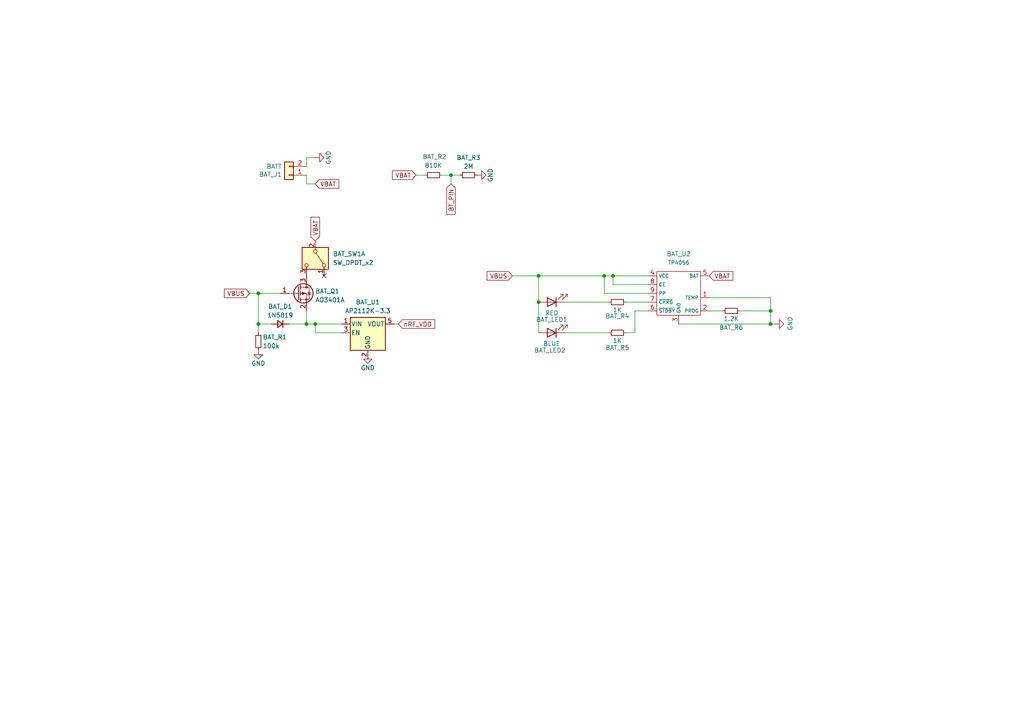
<source format=kicad_sch>
(kicad_sch (version 20231120) (generator "eeschema") (generator_version "8.0")
  (paper "A4")
  (lib_symbols
    (symbol "Connector_Generic:Conn_01x02" (pin_names (offset 1.016) hide)
      (property "Reference" "J" (at 0 2.54 0))
      (property "Value" "Conn_01x02" (at 0 -5.08 0))
      (symbol "Conn_01x02_1_1"
        (rectangle (start -1.27 -2.413) (end 0 -2.667) (stroke (width 0.1524)))
        (rectangle (start -1.27 0.127) (end 0 -0.127) (stroke (width 0.1524)))
        (rectangle (start -1.27 1.27) (end 1.27 -3.81) (stroke (width 0.254)) (fill (type background)))
        (pin passive line (at -5.08 0 0) (length 3.81) (name "Pin_1") (number "1"))
        (pin passive line (at -5.08 -2.54 0) (length 3.81) (name "Pin_2") (number "2"))
      )
    )
    (symbol "Device:D_Small" (pin_numbers hide) (pin_names (offset 0.254) hide)
      (property "Reference" "D" (at -1.27 2.032 0))
      (property "Value" "D_Small" (at -3.81 -2.032 0))
      (symbol "D_Small_0_1"
        (polyline (pts (xy -0.762 -1.016) (xy -0.762 1.016)) (stroke (width 0.254)))
        (polyline (pts (xy -0.762 0) (xy 0.762 0)))
        (polyline (pts (xy 0.762 -1.016) (xy -0.762 0) (xy 0.762 1.016) (xy 0.762 -1.016)) (stroke (width 0.254)))
      )
      (symbol "D_Small_1_1"
        (pin passive line (at -2.54 0 0) (length 1.778) (name "K") (number "1"))
        (pin passive line (at 2.54 0 180) (length 1.778) (name "A") (number "2"))
      )
    )
    (symbol "Device:LED" (pin_numbers hide) (pin_names (offset 1.016) hide)
      (property "Reference" "D" (at 0 2.54 0))
      (property "Value" "LED" (at 0 -2.54 0))
      (symbol "LED_0_1"
        (polyline (pts (xy -1.27 -1.27) (xy -1.27 1.27)) (stroke (width 0.254)))
        (polyline (pts (xy -1.27 0) (xy 1.27 0)))
        (polyline (pts (xy 1.27 -1.27) (xy 1.27 1.27) (xy -1.27 0) (xy 1.27 -1.27)) (stroke (width 0.254)))
        (polyline (pts (xy -3.048 -0.762) (xy -4.572 -2.286) (xy -3.81 -2.286) (xy -4.572 -2.286) (xy -4.572 -1.524)))
        (polyline (pts (xy -1.778 -0.762) (xy -3.302 -2.286) (xy -2.54 -2.286) (xy -3.302 -2.286) (xy -3.302 -1.524)))
      )
      (symbol "LED_1_1"
        (pin passive line (at -3.81 0 0) (length 2.54) (name "K") (number "1"))
        (pin passive line (at 3.81 0 180) (length 2.54) (name "A") (number "2"))
      )
    )
    (symbol "Device:R_Small" (pin_numbers hide) (pin_names (offset 0.254) hide)
      (property "Reference" "R" (at 0.762 0.508 0))
      (property "Value" "R_Small" (at 0.762 -1.016 0))
      (symbol "R_Small_0_1"
        (rectangle (start -0.762 1.778) (end 0.762 -1.778) (stroke (width 0.2032)))
      )
      (symbol "R_Small_1_1"
        (pin passive line (at 0 2.54 270) (length 0.762) (name "~") (number "1"))
        (pin passive line (at 0 -2.54 90) (length 0.762) (name "~") (number "2"))
      )
    )
    (symbol "ErgoCai:AP2112K-3.3" (pin_names (offset 0.254))
      (property "Reference" "U" (at -5.08 5.715 0))
      (property "Value" "AP2112K-3.3" (at 0 5.715 0))
      (symbol "AP2112K-3.3_0_1"
        (rectangle (start -5.08 4.445) (end 5.08 -5.08) (stroke (width 0.254)) (fill (type background)))
      )
      (symbol "AP2112K-3.3_1_1"
        (pin power_in line (at -7.62 2.54 0) (length 2.54) (name "VIN") (number "1"))
        (pin power_in line (at 0 -7.62 90) (length 2.54) (name "GND") (number "2"))
        (pin input line (at -7.62 0 0) (length 2.54) (name "EN") (number "3"))
        (pin no_connect line (at 5.08 0 180) (length 2.54) hide (name "NC") (number "4"))
        (pin power_out line (at 7.62 2.54 180) (length 2.54) (name "VOUT") (number "5"))
      )
    )
    (symbol "ErgoCai:TP4056"
      (property "Reference" "U" (at 1.27 13.97 0))
      (property "Value" "TP4056" (at 8.89 13.97 0))
      (symbol "TP4056_0_1"
        (rectangle (start 0 12.7) (end 12.7 0))
      )
      (symbol "TP4056_1_1"
        (pin input line (at 15.24 5.08 180) (length 2.54) (name "TEMP") (number "1"))
        (pin input line (at 15.24 1.27 180) (length 2.54) (name "PROG") (number "2"))
        (pin input line (at 6.35 -2.54 90) (length 2.54) (name "GND") (number "3"))
        (pin input line (at -2.54 11.43 0) (length 2.54) (name "VCC") (number "4"))
        (pin input line (at 15.24 11.43 180) (length 2.54) (name "BAT") (number "5"))
        (pin input line (at -2.54 1.27 0) (length 2.54) (name "~{STDBY}") (number "6"))
        (pin input line (at -2.54 3.81 0) (length 2.54) (name "~{CHRG}") (number "7"))
        (pin input line (at -2.54 8.89 0) (length 2.54) (name "CE") (number "8"))
        (pin input line (at -2.54 6.35 0) (length 2.54) (name "PP") (number "9"))
      )
    )
    (symbol "Switch:SW_DPDT_x2" (pin_names (offset 0) hide)
      (property "Reference" "SW" (at 0 5.08 0))
      (property "Value" "SW_DPDT_x2" (at 0 -5.08 0))
      (symbol "SW_DPDT_x2_0_0"
        (circle (center -2.032 0) (radius 0.508))
        (circle (center 2.032 -2.54) (radius 0.508))
      )
      (symbol "SW_DPDT_x2_0_1"
        (rectangle (start -3.175 3.81) (end 3.175 -3.81) (stroke (width 0.254)) (fill (type background)))
        (polyline (pts (xy -1.524 0.254) (xy 1.5748 2.286)))
        (circle (center 2.032 2.54) (radius 0.508))
      )
      (symbol "SW_DPDT_x2_1_1"
        (pin passive line (at 5.08 2.54 180) (length 2.54) (name "A") (number "1"))
        (pin passive line (at -5.08 0 0) (length 2.54) (name "B") (number "2"))
        (pin passive line (at 5.08 -2.54 180) (length 2.54) (name "C") (number "3"))
      )
      (symbol "SW_DPDT_x2_2_1"
        (pin passive line (at 5.08 2.54 180) (length 2.54) (name "A") (number "4"))
        (pin passive line (at -5.08 0 0) (length 2.54) (name "B") (number "5"))
        (pin passive line (at 5.08 -2.54 180) (length 2.54) (name "C") (number "6"))
      )
    )
    (symbol "Transistor_FET:AO3401A" (pin_names hide)
      (property "Reference" "Q" (at 5.08 1.905 0))
      (property "Value" "AO3401A" (at 5.08 0 0))
      (symbol "AO3401A_0_1"
        (polyline (pts (xy 0.254 0) (xy -2.54 0)))
        (polyline (pts (xy 0.254 1.905) (xy 0.254 -1.905)) (stroke (width 0.254)))
        (polyline (pts (xy 0.762 -1.27) (xy 0.762 -2.286)) (stroke (width 0.254)))
        (polyline (pts (xy 0.762 0.508) (xy 0.762 -0.508)) (stroke (width 0.254)))
        (polyline (pts (xy 0.762 2.286) (xy 0.762 1.27)) (stroke (width 0.254)))
        (polyline (pts (xy 2.54 2.54) (xy 2.54 1.778)))
        (polyline (pts (xy 2.54 -2.54) (xy 2.54 0) (xy 0.762 0)))
        (polyline (pts (xy 0.762 1.778) (xy 3.302 1.778) (xy 3.302 -1.778) (xy 0.762 -1.778)))
        (polyline (pts (xy 2.286 0) (xy 1.27 0.381) (xy 1.27 -0.381) (xy 2.286 0)) (fill (type outline)))
        (polyline (pts (xy 2.794 -0.508) (xy 2.921 -0.381) (xy 3.683 -0.381) (xy 3.81 -0.254)))
        (polyline (pts (xy 3.302 -0.381) (xy 2.921 0.254) (xy 3.683 0.254) (xy 3.302 -0.381)))
        (circle (center 1.651 0) (radius 2.794) (stroke (width 0.254)))
        (circle (center 2.54 -1.778) (radius 0.254) (fill (type outline)))
        (circle (center 2.54 1.778) (radius 0.254) (fill (type outline)))
      )
      (symbol "AO3401A_1_1"
        (pin input line (at -5.08 0 0) (length 2.54) (name "G") (number "1"))
        (pin passive line (at 2.54 -5.08 90) (length 2.54) (name "S") (number "2"))
        (pin passive line (at 2.54 5.08 270) (length 2.54) (name "D") (number "3"))
      )
    )
    (symbol "power:GND" (power) (pin_numbers hide) (pin_names (offset 0) hide)
      (property "Value" "GND" (at 0 -3.81 0))
      (symbol "GND_0_1"
        (polyline (pts (xy 0 0) (xy 0 -1.27) (xy 1.27 -1.27) (xy 0 -2.54) (xy -1.27 -1.27) (xy 0 -1.27)))
      )
      (symbol "GND_1_1"
        (pin power_in line (at 0 0 270) (length 0) (name "~") (number "1"))
      )
    )
  )
  (junction (at 175.26 80.01))
  (junction (at 177.8 80.01))
  (junction (at 74.93 93.98) (diameter 0.9144))
  (junction (at 223.52 93.98))
  (junction (at 74.93 85.09) (diameter 0.9144))
  (junction (at 156.21 87.63))
  (junction (at 156.21 80.01))
  (junction (at 130.81 50.8))
  (junction (at 91.44 93.98) (diameter 0.9144))
  (junction (at 88.9 93.98) (diameter 0.9144))
  (junction (at 223.52 90.17))
  (no_connect (at 93.98 80.01))
  (wire (pts (xy 91.44 96.52) (xy 99.06 96.52)))
  (wire (pts (xy 83.82 93.98) (xy 88.9 93.98)))
  (wire (pts (xy 177.8 82.55) (xy 177.8 80.01)))
  (wire (pts (xy 177.8 80.01) (xy 175.26 80.01)))
  (wire (pts (xy 74.93 93.98) (xy 74.93 96.52)))
  (wire (pts (xy 205.74 90.17) (xy 209.55 90.17)))
  (wire (pts (xy 223.52 90.17) (xy 223.52 93.98)))
  (wire (pts (xy 156.21 80.01) (xy 148.59 80.01)))
  (wire (pts (xy 106.68 104.14) (xy 106.68 102.87)))
  (wire (pts (xy 177.8 80.01) (xy 187.96 80.01)))
  (wire (pts (xy 88.9 53.34) (xy 91.44 53.34)))
  (wire (pts (xy 175.26 85.09) (xy 175.26 80.01)))
  (wire (pts (xy 114.3 93.98) (xy 115.57 93.98)))
  (wire (pts (xy 184.15 90.17) (xy 187.96 90.17)))
  (wire (pts (xy 223.52 86.36) (xy 223.52 90.17)))
  (wire (pts (xy 181.61 96.52) (xy 184.15 96.52)))
  (wire (pts (xy 88.9 93.98) (xy 91.44 93.98)))
  (wire (pts (xy 72.39 85.09) (xy 74.93 85.09)))
  (wire (pts (xy 163.83 87.63) (xy 176.53 87.63)))
  (wire (pts (xy 223.52 93.98) (xy 196.85 93.98)))
  (wire (pts (xy 120.65 50.8) (xy 123.19 50.8)))
  (wire (pts (xy 205.74 86.36) (xy 223.52 86.36)))
  (wire (pts (xy 88.9 45.72) (xy 91.44 45.72)))
  (wire (pts (xy 224.79 93.98) (xy 223.52 93.98)))
  (wire (pts (xy 181.61 87.63) (xy 187.96 87.63)))
  (wire (pts (xy 74.93 93.98) (xy 78.74 93.98)))
  (wire (pts (xy 130.81 53.34) (xy 130.81 50.8)))
  (wire (pts (xy 156.21 80.01) (xy 175.26 80.01)))
  (wire (pts (xy 187.96 85.09) (xy 175.26 85.09)))
  (wire (pts (xy 88.9 50.8) (xy 88.9 53.34)))
  (wire (pts (xy 156.21 80.01) (xy 156.21 87.63)))
  (wire (pts (xy 91.44 93.98) (xy 91.44 96.52)))
  (wire (pts (xy 91.44 93.98) (xy 99.06 93.98)))
  (wire (pts (xy 74.93 85.09) (xy 81.28 85.09)))
  (wire (pts (xy 88.9 48.26) (xy 88.9 45.72)))
  (wire (pts (xy 128.27 50.8) (xy 130.81 50.8)))
  (wire (pts (xy 214.63 90.17) (xy 223.52 90.17)))
  (wire (pts (xy 74.93 85.09) (xy 74.93 93.98)))
  (wire (pts (xy 88.9 90.17) (xy 88.9 93.98)))
  (wire (pts (xy 156.21 87.63) (xy 156.21 96.52)))
  (wire (pts (xy 187.96 82.55) (xy 177.8 82.55)))
  (wire (pts (xy 130.81 50.8) (xy 133.35 50.8)))
  (wire (pts (xy 163.83 96.52) (xy 176.53 96.52)))
  (wire (pts (xy 184.15 96.52) (xy 184.15 90.17)))
  (global_label "VBAT" (shape input) (at 91.44 69.85 90) (property "Intersheetrefs" "${INTERSHEET_REFS}" (effects (hide yes))))
  (global_label "VBAT" (shape input) (at 120.65 50.8 180) (property "Intersheetrefs" "${INTERSHEET_REFS}" (effects (hide yes))))
  (global_label "nRF_VDD" (shape input) (at 115.57 93.98 0) (property "Intersheetrefs" "${INTERSHEET_REFS}" (effects (hide yes))))
  (global_label "VBUS" (shape input) (at 72.39 85.09 180) (property "Intersheetrefs" "${INTERSHEET_REFS}" (effects (hide yes))))
  (global_label "VBUS" (shape input) (at 148.59 80.01 180) (property "Intersheetrefs" "${INTERSHEET_REFS}" (effects (hide yes))))
  (global_label "VBAT" (shape input) (at 205.74 80.01 0) (property "Intersheetrefs" "${INTERSHEET_REFS}" (effects (hide yes))))
  (global_label "BT_PIN" (shape input) (at 130.81 53.34 270) (property "Intersheetrefs" "${INTERSHEET_REFS}" (effects (hide yes))))
  (global_label "VBAT" (shape input) (at 91.44 53.34 0) (property "Intersheetrefs" "${INTERSHEET_REFS}" (effects (hide yes))))
  (symbol (lib_id "Device:R_Small") (at 212.09 90.17 90) (unit 1)
    (property "Reference" "BAT_R6" (at 212.09 94.996 90))
    (property "Value" "1.2K" (at 212.09 92.456 90))
    (property "Footprint" "ErgoCai.pretty:R_0603_1608Metric" (effects (hide yes)))
    (property "Description" "Resistor, small symbol" (effects (hide yes)))
  )
  (symbol (lib_id "Switch:SW_DPDT_x2") (at 91.44 74.93 270) (unit 1)
    (property "Reference" "BAT_SW1" (at 96.52 73.6599 90) (effects (justify left)))
    (property "Value" "SW_DPDT_x2" (at 96.52 76.1999 90) (effects (justify left)))
    (property "Footprint" "ErgoCai.pretty:MSK-12C02" (effects (hide yes)))
    (property "Description" "Switch, dual pole double throw, separate symbols" (effects (hide yes)))
  )
  (symbol (lib_id "Device:R_Small") (at 179.07 96.52 90) (unit 1)
    (property "Reference" "BAT_R5" (at 179.07 100.838 90))
    (property "Value" "1K" (at 179.07 98.806 90))
    (property "Footprint" "ErgoCai.pretty:R_0603_1608Metric" (effects (hide yes)))
    (property "Description" "Resistor, small symbol" (effects (hide yes)))
  )
  (symbol (lib_id "power:GND") (at 224.79 93.98 90) (unit 1)
    (property "Reference" "#PWR014" (effects (hide yes)))
    (property "Value" "GND" (at 229.1842 93.853 0))
    (property "Description" "Power symbol creates a global label with name \"GND\" , ground" (effects (hide yes)))
  )
  (symbol (lib_id "Device:LED") (at 160.02 96.52 180) (unit 1)
    (property "Reference" "BAT_LED2" (at 159.512 101.6 0))
    (property "Value" "BLUE" (at 160.02 99.695 0))
    (property "Footprint" "ErgoCai.pretty:LED_0603_1608Metric" (effects (hide yes)))
    (property "Description" "Light emitting diode" (effects (hide yes)))
  )
  (symbol (lib_id "Device:LED") (at 160.02 87.63 180) (unit 1)
    (property "Reference" "BAT_LED1" (at 160.02 92.71 0))
    (property "Value" "RED" (at 160.02 90.805 0))
    (property "Footprint" "ErgoCai.pretty:LED_0603_1608Metric" (effects (hide yes)))
    (property "Description" "Light emitting diode" (effects (hide yes)))
  )
  (symbol (lib_id "power:GND") (at 106.68 102.87 0) (unit 1)
    (property "Reference" "#PWR05" (effects (hide yes)))
    (property "Value" "GND" (at 106.68 106.68 0))
    (property "Description" "Power symbol creates a global label with name \"GND\" , ground" (effects (hide yes)))
  )
  (symbol (lib_id "Device:R_Small") (at 74.93 99.06 0) (unit 1)
    (property "Reference" "BAT_R1" (at 76.2 97.7899 0) (effects (justify left)))
    (property "Value" "100k" (at 76.2 100.3299 0) (effects (justify left)))
    (property "Footprint" "ErgoCai.pretty:R_0603_1608Metric" (effects (hide yes)))
    (property "Description" "Resistor, small symbol" (effects (hide yes)))
  )
  (symbol (lib_id "Device:D_Small") (at 81.28 93.98 180) (unit 1)
    (property "Reference" "BAT_D1" (at 81.28 88.9 0))
    (property "Value" "1N5819" (at 81.28 91.44 0))
    (property "Footprint" "ErgoCai.pretty:D_SOD-123" (effects (hide yes)))
    (property "Description" "Diode, small symbol" (effects (hide yes)))
    (property "Sim.Device" "D" (effects (hide yes)))
    (property "Sim.Pins" "1=K 2=A" (effects (hide yes)))
  )
  (symbol (lib_id "Transistor_FET:AO3401A") (at 86.36 85.09 0) (unit 1)
    (property "Reference" "BAT_Q1" (at 91.44 84.4549 0) (effects (justify left)))
    (property "Value" "AO3401A" (at 91.44 86.9949 0) (effects (justify left)))
    (property "Footprint" "Package_TO_SOT_SMD:SOT-23" (effects (hide yes)))
    (property "Datasheet" "http://www.aosmd.com/pdfs/datasheet/AO3401A.pdf" (effects (hide yes)))
    (property "Description" "-4.0A Id, -30V Vds, P-Channel MOSFET, SOT-23" (effects (hide yes)))
  )
  (symbol (lib_id "ErgoCai:AP2112K-3.3") (at 106.68 96.52 0) (unit 1)
    (property "Reference" "BAT_U1" (at 106.68 87.63 0))
    (property "Value" "AP2112K-3.3" (at 106.68 90.17 0))
    (property "Footprint" "Package_TO_SOT_SMD:SOT-23-5" (effects (hide yes)))
    (property "Datasheet" "https://www.diodes.com/assets/Datasheets/AP2112.pdf" (effects (hide yes)))
    (property "Description" "600mA low dropout linear regulator, with enable pin, 3.8V-6V input voltage range, 3.3V fixed positive output, SOT-23-5" (effects (hide yes)))
  )
  (symbol (lib_id "power:GND") (at 138.43 50.8 90) (unit 1)
    (property "Reference" "#PWR012" (effects (hide yes)))
    (property "Value" "GND" (at 142.24 50.8 0))
    (property "Description" "Power symbol creates a global label with name \"GND\" , ground" (effects (hide yes)))
  )
  (symbol (lib_id "Device:R_Small") (at 125.73 50.8 90) (unit 1)
    (property "Reference" "BAT_R2" (at 129.54 45.466 90) (effects (justify left)))
    (property "Value" "810K" (at 128.27 48.006 90) (effects (justify left)))
    (property "Footprint" "ErgoCai.pretty:R_0603_1608Metric" (effects (hide yes)))
    (property "Description" "Resistor, small symbol" (effects (hide yes)))
  )
  (symbol (lib_id "Connector_Generic:Conn_01x02") (at 83.82 50.8 180) (unit 1)
    (property "Reference" "BAT_J1" (at 81.788 50.5968 0) (effects (justify left)))
    (property "Value" "BATT" (at 81.788 48.2854 0) (effects (justify left)))
    (property "Footprint" "ErgoCai.pretty:Battery_Holder_18650_Nickel" (effects (hide yes)))
    (property "Description" "Generic connector, single row, 01x02, script generated (kicad-library-utils/schlib/autogen/connector/)" (effects (hide yes)))
  )
  (symbol (lib_id "power:GND") (at 74.93 101.6 0) (unit 1)
    (property "Reference" "#PWR04" (effects (hide yes)))
    (property "Value" "GND" (at 74.93 105.41 0))
    (property "Description" "Power symbol creates a global label with name \"GND\" , ground" (effects (hide yes)))
  )
  (symbol (lib_id "Device:R_Small") (at 135.89 50.8 90) (unit 1)
    (property "Reference" "BAT_R3" (at 135.89 45.72 90))
    (property "Value" "2M" (at 135.89 48.26 90))
    (property "Footprint" "ErgoCai.pretty:R_0603_1608Metric" (effects (hide yes)))
    (property "Description" "Resistor, small symbol" (effects (hide yes)))
  )
  (symbol (lib_id "ErgoCai:TP4056") (at 190.5 91.44 0) (unit 1)
    (property "Reference" "BAT_U2" (at 196.85 73.66 0))
    (property "Value" "TP4056" (at 196.85 76.2 0) (effects (font (size 1.1 1.1))))
    (property "Footprint" "Package_SO:SOIC-8-1EP_3.9x4.9mm_P1.27mm_EP2.29x3mm" (effects (hide yes)))
    (property "Description" "TP4056" (effects (hide yes)))
  )
  (symbol (lib_id "power:GND") (at 91.44 45.72 90) (unit 1)
    (property "Reference" "#PWR06" (effects (hide yes)))
    (property "Value" "GND" (at 95.25 45.72 0))
    (property "Description" "Power symbol creates a global label with name \"GND\" , ground" (effects (hide yes)))
  )
  (symbol (lib_id "Device:R_Small") (at 179.07 87.63 90) (unit 1)
    (property "Reference" "BAT_R4" (at 179.07 91.694 90))
    (property "Value" "1K" (at 179.07 89.916 90))
    (property "Footprint" "ErgoCai.pretty:R_0603_1608Metric" (effects (hide yes)))
    (property "Description" "Resistor, small symbol" (effects (hide yes)))
  )
)
</source>
